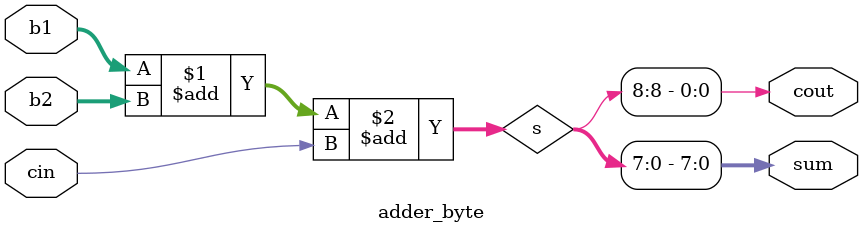
<source format=v>
module adder_clk(
	input clk, reset,
	input [0:63] op1, in2,
	input [1:0] ww,
	input sub,
	input in_v,
	output [0:63] adder_out,
	output out_v,
	output ready
	//,input en
	);

	/*
	always @(en or data) begin
		if (en) begin
			in1
	*/

	wire [0:63] op2;
	reg [1:0] ps;

	assign op2 = sub ? ~in2: in2;
	assign out_v = (ww == 0 && in_v) || (ps == ww && ps != 0);
	assign ready = (ps == 0) || out_v;


	wire [0:7] cins;
	wire [0:7] couts;

	assign cins[7] = sub;

	generate
		genvar b;
		for (b = 0; b < 8; b = b + 2)
			assign cins[b] = ps > 'b0 ? couts[b+1] : sub;
		for (b = 1; b < 8; b = b + 4)
			assign cins[b] = ps > 'b1 ? couts[b+1] : sub;
		assign cins[3] = ww == 'b11 ? couts[4] : sub;
	endgenerate

	generate
		genvar i;
		for (i = 0; i < 8; i = i + 1) begin
			adder_byte a_i(
				op1[i*8:i*8+7],
				op2[i*8:i*8+7],
				cins[i],
				adder_out[i*8:i*8+7],
				couts[i]
				);
		end
	endgenerate

	always @(posedge clk) begin
		if (in_v)
			ps <=  ps + 1;
		if (out_v)
			ps <= 0;

		if (reset)
			ps <= 0;
	end
endmodule

module adder_byte(
	input [0:7] b1, b2,
	input cin,
	output [0:7] sum,
	output cout
	);

	wire [8:0] s;
	
	assign s = b1 + b2 + cin;
	assign cout = s[8];
	assign sum = s[7:0];
endmodule

</source>
